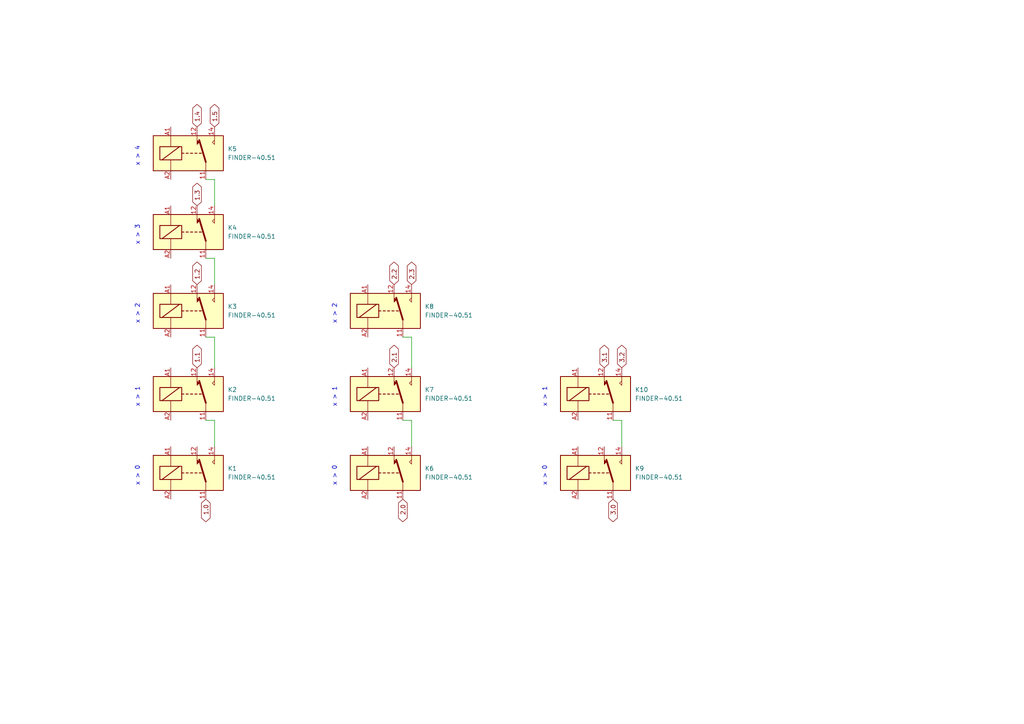
<source format=kicad_sch>
(kicad_sch (version 20230121) (generator eeschema)
  (paper "A4")
  (lib_symbols
    (symbol "Relay:FINDER-40.51"
      (property "Reference" "K" (at 11.43 3.81 0))
      (property "Value" "FINDER-40.51" (at 11.43 1.27 0))
      (symbol "FINDER-40.51_0_0"
        (polyline (pts (xy 7.62 5.08) (xy 7.62 2.54) (xy 6.985 3.175) (xy 7.62 3.81)))
      )
      (symbol "FINDER-40.51_0_1"
        (rectangle (start -10.16 5.08) (end 10.16 -5.08) (stroke (width 0.254)) (fill (type background)))
        (rectangle (start -8.255 1.905) (end -1.905 -1.905) (stroke (width 0.254)))
        (polyline (pts (xy -7.62 -1.905) (xy -2.54 1.905)) (stroke (width 0.254)))
        (polyline (pts (xy -5.08 -5.08) (xy -5.08 -1.905)))
        (polyline (pts (xy -5.08 5.08) (xy -5.08 1.905)))
        (polyline (pts (xy -1.905 0) (xy -1.27 0)) (stroke (width 0.254)))
        (polyline (pts (xy -0.635 0) (xy 0 0)) (stroke (width 0.254)))
        (polyline (pts (xy 0.635 0) (xy 1.27 0)) (stroke (width 0.254)))
        (polyline (pts (xy 1.905 0) (xy 2.54 0)) (stroke (width 0.254)))
        (polyline (pts (xy 3.175 0) (xy 3.81 0)) (stroke (width 0.254)))
        (polyline (pts (xy 5.08 -2.54) (xy 3.175 3.81)) (stroke (width 0.508)))
        (polyline (pts (xy 5.08 -2.54) (xy 5.08 -5.08)))
        (polyline (pts (xy 2.54 5.08) (xy 2.54 2.54) (xy 3.175 3.175) (xy 2.54 3.81)) (fill (type outline)))
      )
      (symbol "FINDER-40.51_1_1"
        (pin passive line (at 5.08 -7.62 90) (length 2.54) (name "~") (number "11"))
        (pin passive line (at 2.54 7.62 270) (length 2.54) (name "~") (number "12"))
        (pin passive line (at 7.62 7.62 270) (length 2.54) (name "~") (number "14"))
        (pin passive line (at -5.08 7.62 270) (length 2.54) (name "~") (number "A1"))
        (pin passive line (at -5.08 -7.62 90) (length 2.54) (name "~") (number "A2"))
      )
    )
  )
  (wire (pts (xy 62.23 52.07) (xy 59.69 52.07)))
  (wire (pts (xy 119.38 129.54) (xy 119.38 121.92)))
  (wire (pts (xy 62.23 106.68) (xy 62.23 97.79)))
  (wire (pts (xy 62.23 74.93) (xy 59.69 74.93)))
  (wire (pts (xy 119.38 97.79) (xy 116.84 97.79)))
  (wire (pts (xy 119.38 106.68) (xy 119.38 97.79)))
  (wire (pts (xy 62.23 121.92) (xy 59.69 121.92)))
  (wire (pts (xy 62.23 59.69) (xy 62.23 52.07)))
  (wire (pts (xy 62.23 82.55) (xy 62.23 74.93)))
  (wire (pts (xy 180.34 129.54) (xy 180.34 121.92)))
  (wire (pts (xy 62.23 129.54) (xy 62.23 121.92)))
  (wire (pts (xy 62.23 97.79) (xy 59.69 97.79)))
  (wire (pts (xy 119.38 121.92) (xy 116.84 121.92)))
  (wire (pts (xy 180.34 121.92) (xy 177.8 121.92)))
  (text "x > 1" (at 97.79 118.11 90) (effects (font (size 1.27 1.27)) (justify left bottom)))
  (text "x > 0" (at 158.75 140.97 90) (effects (font (size 1.27 1.27)) (justify left bottom)))
  (text "x > 4" (at 40.64 48.26 90) (effects (font (size 1.27 1.27)) (justify left bottom)))
  (text "x > 0" (at 40.64 140.97 90) (effects (font (size 1.27 1.27)) (justify left bottom)))
  (text "x > 2" (at 97.79 93.98 90) (effects (font (size 1.27 1.27)) (justify left bottom)))
  (text "x > 2" (at 40.64 93.98 90) (effects (font (size 1.27 1.27)) (justify left bottom)))
  (text "x > 1" (at 40.64 118.11 90) (effects (font (size 1.27 1.27)) (justify left bottom)))
  (text "x > 1" (at 158.75 118.11 90) (effects (font (size 1.27 1.27)) (justify left bottom)))
  (text "x > 3" (at 40.64 71.12 90) (effects (font (size 1.27 1.27)) (justify left bottom)))
  (text "x > 0" (at 97.79 140.97 90) (effects (font (size 1.27 1.27)) (justify left bottom)))
  (global_label "2.3" (shape bidirectional) (at 119.38 82.55 90) (property "Intersheetrefs" "${INTERSHEET_REFS}" (effects hide)))
  (global_label "2.1" (shape bidirectional) (at 114.3 106.68 90) (property "Intersheetrefs" "${INTERSHEET_REFS}" (effects hide)))
  (global_label "1.2" (shape bidirectional) (at 57.15 82.55 90) (property "Intersheetrefs" "${INTERSHEET_REFS}" (effects hide)))
  (global_label "1.5" (shape bidirectional) (at 62.23 36.83 90) (property "Intersheetrefs" "${INTERSHEET_REFS}" (effects hide)))
  (global_label "3.1" (shape bidirectional) (at 175.26 106.68 90) (property "Intersheetrefs" "${INTERSHEET_REFS}" (effects hide)))
  (global_label "1.1" (shape bidirectional) (at 57.15 106.68 90) (property "Intersheetrefs" "${INTERSHEET_REFS}" (effects hide)))
  (global_label "3.0" (shape bidirectional) (at 177.8 144.78 270) (property "Intersheetrefs" "${INTERSHEET_REFS}" (effects hide)))
  (global_label "1.4" (shape bidirectional) (at 57.15 36.83 90) (property "Intersheetrefs" "${INTERSHEET_REFS}" (effects hide)))
  (global_label "2.0" (shape bidirectional) (at 116.84 144.78 270) (property "Intersheetrefs" "${INTERSHEET_REFS}" (effects hide)))
  (global_label "3.2" (shape bidirectional) (at 180.34 106.68 90) (property "Intersheetrefs" "${INTERSHEET_REFS}" (effects hide)))
  (global_label "2.2" (shape bidirectional) (at 114.3 82.55 90) (property "Intersheetrefs" "${INTERSHEET_REFS}" (effects hide)))
  (global_label "1.3" (shape bidirectional) (at 57.15 59.69 90) (property "Intersheetrefs" "${INTERSHEET_REFS}" (effects hide)))
  (global_label "1.0" (shape bidirectional) (at 59.69 144.78 270) (property "Intersheetrefs" "${INTERSHEET_REFS}" (effects hide)))
  (symbol (lib_id "Relay:FINDER-40.51") (at 54.61 90.17 0) (unit 1)
    (property "Reference" "K3" (at 66.04 88.9 0) (effects (justify left)))
    (property "Value" "FINDER-40.51" (at 66.04 91.44 0) (effects (justify left)))
    (property "Footprint" "Relay_THT:Relay_SPDT_Finder_40.51" (effects hide))
    (property "Datasheet" "http://gfinder.findernet.com/assets/Series/353/S40EN.pdf" (effects hide))
  )
  (symbol (lib_id "Relay:FINDER-40.51") (at 54.61 67.31 0) (unit 1)
    (property "Reference" "K4" (at 66.04 66.04 0) (effects (justify left)))
    (property "Value" "FINDER-40.51" (at 66.04 68.58 0) (effects (justify left)))
    (property "Footprint" "Relay_THT:Relay_SPDT_Finder_40.51" (effects hide))
    (property "Datasheet" "http://gfinder.findernet.com/assets/Series/353/S40EN.pdf" (effects hide))
  )
  (symbol (lib_id "Relay:FINDER-40.51") (at 111.76 114.3 0) (unit 1)
    (property "Reference" "K7" (at 123.19 113.03 0) (effects (justify left)))
    (property "Value" "FINDER-40.51" (at 123.19 115.57 0) (effects (justify left)))
    (property "Footprint" "Relay_THT:Relay_SPDT_Finder_40.51" (effects hide))
    (property "Datasheet" "http://gfinder.findernet.com/assets/Series/353/S40EN.pdf" (effects hide))
  )
  (symbol (lib_id "Relay:FINDER-40.51") (at 54.61 137.16 0) (unit 1)
    (property "Reference" "K1" (at 66.04 135.89 0) (effects (justify left)))
    (property "Value" "FINDER-40.51" (at 66.04 138.43 0) (effects (justify left)))
    (property "Footprint" "Relay_THT:Relay_SPDT_Finder_40.51" (effects hide))
    (property "Datasheet" "http://gfinder.findernet.com/assets/Series/353/S40EN.pdf" (effects hide))
  )
  (symbol (lib_id "Relay:FINDER-40.51") (at 111.76 137.16 0) (unit 1)
    (property "Reference" "K6" (at 123.19 135.89 0) (effects (justify left)))
    (property "Value" "FINDER-40.51" (at 123.19 138.43 0) (effects (justify left)))
    (property "Footprint" "Relay_THT:Relay_SPDT_Finder_40.51" (effects hide))
    (property "Datasheet" "http://gfinder.findernet.com/assets/Series/353/S40EN.pdf" (effects hide))
  )
  (symbol (lib_id "Relay:FINDER-40.51") (at 111.76 90.17 0) (unit 1)
    (property "Reference" "K8" (at 123.19 88.9 0) (effects (justify left)))
    (property "Value" "FINDER-40.51" (at 123.19 91.44 0) (effects (justify left)))
    (property "Footprint" "Relay_THT:Relay_SPDT_Finder_40.51" (effects hide))
    (property "Datasheet" "http://gfinder.findernet.com/assets/Series/353/S40EN.pdf" (effects hide))
  )
  (symbol (lib_id "Relay:FINDER-40.51") (at 54.61 44.45 0) (unit 1)
    (property "Reference" "K5" (at 66.04 43.18 0) (effects (justify left)))
    (property "Value" "FINDER-40.51" (at 66.04 45.72 0) (effects (justify left)))
    (property "Footprint" "Relay_THT:Relay_SPDT_Finder_40.51" (effects hide))
    (property "Datasheet" "http://gfinder.findernet.com/assets/Series/353/S40EN.pdf" (effects hide))
  )
  (symbol (lib_id "Relay:FINDER-40.51") (at 54.61 114.3 0) (unit 1)
    (property "Reference" "K2" (at 66.04 113.03 0) (effects (justify left)))
    (property "Value" "FINDER-40.51" (at 66.04 115.57 0) (effects (justify left)))
    (property "Footprint" "Relay_THT:Relay_SPDT_Finder_40.51" (effects hide))
    (property "Datasheet" "http://gfinder.findernet.com/assets/Series/353/S40EN.pdf" (effects hide))
  )
  (symbol (lib_id "Relay:FINDER-40.51") (at 172.72 137.16 0) (unit 1)
    (property "Reference" "K9" (at 184.15 135.89 0) (effects (justify left)))
    (property "Value" "FINDER-40.51" (at 184.15 138.43 0) (effects (justify left)))
    (property "Footprint" "Relay_THT:Relay_SPDT_Finder_40.51" (effects hide))
    (property "Datasheet" "http://gfinder.findernet.com/assets/Series/353/S40EN.pdf" (effects hide))
  )
  (symbol (lib_id "Relay:FINDER-40.51") (at 172.72 114.3 0) (unit 1)
    (property "Reference" "K10" (at 184.15 113.03 0) (effects (justify left)))
    (property "Value" "FINDER-40.51" (at 184.15 115.57 0) (effects (justify left)))
    (property "Footprint" "Relay_THT:Relay_SPDT_Finder_40.51" (effects hide))
    (property "Datasheet" "http://gfinder.findernet.com/assets/Series/353/S40EN.pdf" (effects hide))
  )
)
</source>
